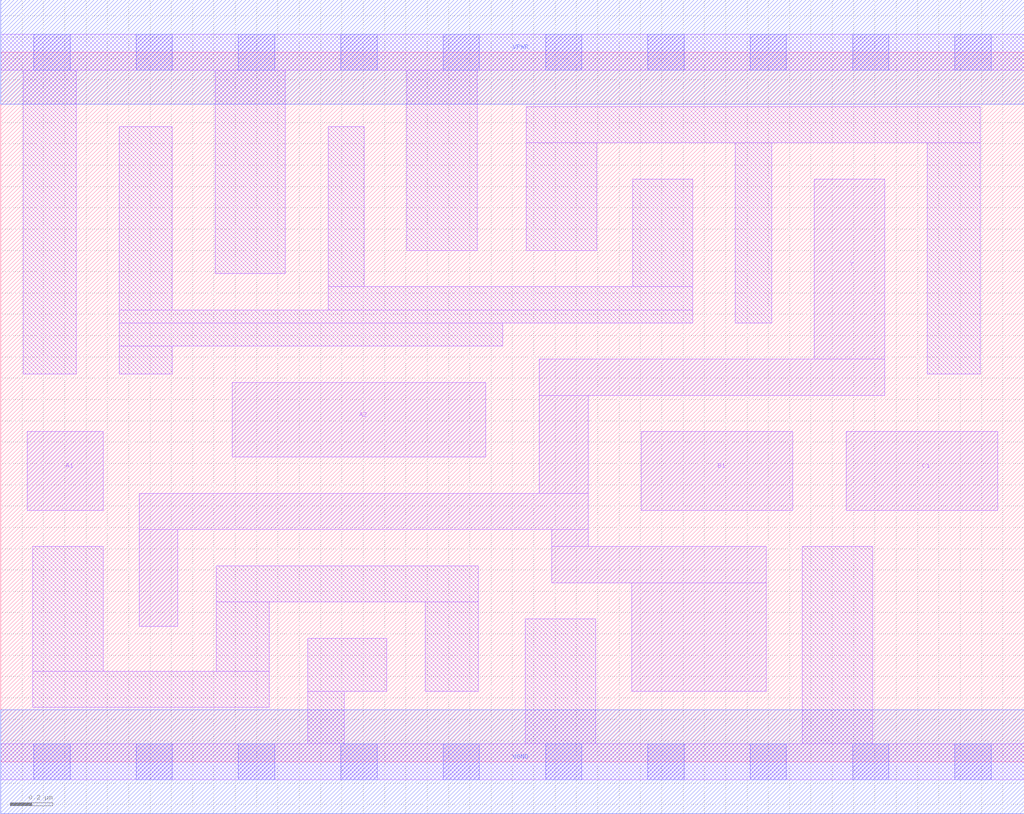
<source format=lef>
# Copyright 2020 The SkyWater PDK Authors
#
# Licensed under the Apache License, Version 2.0 (the "License");
# you may not use this file except in compliance with the License.
# You may obtain a copy of the License at
#
#     https://www.apache.org/licenses/LICENSE-2.0
#
# Unless required by applicable law or agreed to in writing, software
# distributed under the License is distributed on an "AS IS" BASIS,
# WITHOUT WARRANTIES OR CONDITIONS OF ANY KIND, either express or implied.
# See the License for the specific language governing permissions and
# limitations under the License.
#
# SPDX-License-Identifier: Apache-2.0

VERSION 5.7 ;
  NOWIREEXTENSIONATPIN ON ;
  DIVIDERCHAR "/" ;
  BUSBITCHARS "[]" ;
UNITS
  DATABASE MICRONS 200 ;
END UNITS
MACRO sky130_fd_sc_hs__a211oi_2
  CLASS CORE ;
  FOREIGN sky130_fd_sc_hs__a211oi_2 ;
  ORIGIN  0.000000  0.000000 ;
  SIZE  4.800000 BY  3.330000 ;
  SYMMETRY X Y ;
  SITE unit ;
  PIN A1
    ANTENNAGATEAREA  0.558000 ;
    DIRECTION INPUT ;
    USE SIGNAL ;
    PORT
      LAYER li1 ;
        RECT 0.125000 1.180000 0.480000 1.550000 ;
    END
  END A1
  PIN A2
    ANTENNAGATEAREA  0.558000 ;
    DIRECTION INPUT ;
    USE SIGNAL ;
    PORT
      LAYER li1 ;
        RECT 1.085000 1.430000 2.275000 1.780000 ;
    END
  END A2
  PIN B1
    ANTENNAGATEAREA  0.447000 ;
    DIRECTION INPUT ;
    USE SIGNAL ;
    PORT
      LAYER li1 ;
        RECT 3.005000 1.180000 3.715000 1.550000 ;
    END
  END B1
  PIN C1
    ANTENNAGATEAREA  0.447000 ;
    DIRECTION INPUT ;
    USE SIGNAL ;
    PORT
      LAYER li1 ;
        RECT 3.965000 1.180000 4.675000 1.550000 ;
    END
  END C1
  PIN Y
    ANTENNADIFFAREA  1.076000 ;
    DIRECTION OUTPUT ;
    USE SIGNAL ;
    PORT
      LAYER li1 ;
        RECT 0.650000 0.635000 0.830000 1.090000 ;
        RECT 0.650000 1.090000 2.755000 1.260000 ;
        RECT 2.525000 1.260000 2.755000 1.720000 ;
        RECT 2.525000 1.720000 4.145000 1.890000 ;
        RECT 2.585000 0.840000 3.590000 1.010000 ;
        RECT 2.585000 1.010000 2.755000 1.090000 ;
        RECT 2.960000 0.330000 3.590000 0.840000 ;
        RECT 3.815000 1.890000 4.145000 2.735000 ;
    END
  END Y
  PIN VGND
    DIRECTION INOUT ;
    USE GROUND ;
    PORT
      LAYER met1 ;
        RECT 0.000000 -0.245000 4.800000 0.245000 ;
    END
  END VGND
  PIN VPWR
    DIRECTION INOUT ;
    USE POWER ;
    PORT
      LAYER met1 ;
        RECT 0.000000 3.085000 4.800000 3.575000 ;
    END
  END VPWR
  OBS
    LAYER li1 ;
      RECT 0.000000 -0.085000 4.800000 0.085000 ;
      RECT 0.000000  3.245000 4.800000 3.415000 ;
      RECT 0.105000  1.820000 0.355000 3.245000 ;
      RECT 0.150000  0.255000 1.260000 0.425000 ;
      RECT 0.150000  0.425000 0.480000 1.010000 ;
      RECT 0.555000  1.820000 0.805000 1.950000 ;
      RECT 0.555000  1.950000 2.355000 2.060000 ;
      RECT 0.555000  2.060000 3.245000 2.120000 ;
      RECT 0.555000  2.120000 0.805000 2.980000 ;
      RECT 1.005000  2.290000 1.335000 3.245000 ;
      RECT 1.010000  0.425000 1.260000 0.750000 ;
      RECT 1.010000  0.750000 2.240000 0.920000 ;
      RECT 1.440000  0.085000 1.610000 0.330000 ;
      RECT 1.440000  0.330000 1.810000 0.580000 ;
      RECT 1.535000  2.120000 3.245000 2.230000 ;
      RECT 1.535000  2.230000 1.705000 2.980000 ;
      RECT 1.905000  2.400000 2.235000 3.245000 ;
      RECT 1.990000  0.330000 2.240000 0.750000 ;
      RECT 2.460000  0.085000 2.790000 0.670000 ;
      RECT 2.465000  2.400000 2.795000 2.905000 ;
      RECT 2.465000  2.905000 4.595000 3.075000 ;
      RECT 2.965000  2.230000 3.245000 2.735000 ;
      RECT 3.445000  2.060000 3.615000 2.905000 ;
      RECT 3.760000  0.085000 4.090000 1.010000 ;
      RECT 4.345000  1.820000 4.595000 2.905000 ;
    LAYER mcon ;
      RECT 0.155000 -0.085000 0.325000 0.085000 ;
      RECT 0.155000  3.245000 0.325000 3.415000 ;
      RECT 0.635000 -0.085000 0.805000 0.085000 ;
      RECT 0.635000  3.245000 0.805000 3.415000 ;
      RECT 1.115000 -0.085000 1.285000 0.085000 ;
      RECT 1.115000  3.245000 1.285000 3.415000 ;
      RECT 1.595000 -0.085000 1.765000 0.085000 ;
      RECT 1.595000  3.245000 1.765000 3.415000 ;
      RECT 2.075000 -0.085000 2.245000 0.085000 ;
      RECT 2.075000  3.245000 2.245000 3.415000 ;
      RECT 2.555000 -0.085000 2.725000 0.085000 ;
      RECT 2.555000  3.245000 2.725000 3.415000 ;
      RECT 3.035000 -0.085000 3.205000 0.085000 ;
      RECT 3.035000  3.245000 3.205000 3.415000 ;
      RECT 3.515000 -0.085000 3.685000 0.085000 ;
      RECT 3.515000  3.245000 3.685000 3.415000 ;
      RECT 3.995000 -0.085000 4.165000 0.085000 ;
      RECT 3.995000  3.245000 4.165000 3.415000 ;
      RECT 4.475000 -0.085000 4.645000 0.085000 ;
      RECT 4.475000  3.245000 4.645000 3.415000 ;
  END
END sky130_fd_sc_hs__a211oi_2
END LIBRARY

</source>
